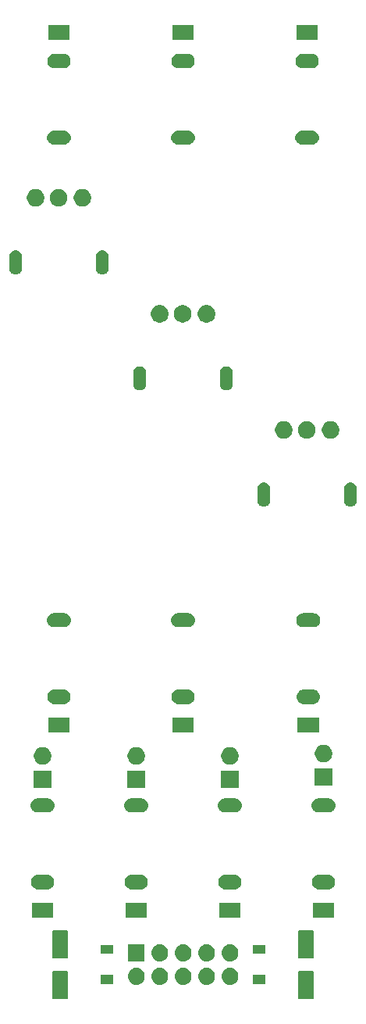
<source format=gbr>
G04 #@! TF.GenerationSoftware,KiCad,Pcbnew,(5.1.0)-1*
G04 #@! TF.CreationDate,2019-10-23T13:14:03-05:00*
G04 #@! TF.ProjectId,logiverter,6c6f6769-7665-4727-9465-722e6b696361,rev?*
G04 #@! TF.SameCoordinates,Original*
G04 #@! TF.FileFunction,Soldermask,Top*
G04 #@! TF.FilePolarity,Negative*
%FSLAX46Y46*%
G04 Gerber Fmt 4.6, Leading zero omitted, Abs format (unit mm)*
G04 Created by KiCad (PCBNEW (5.1.0)-1) date 2019-10-23 13:14:03*
%MOMM*%
%LPD*%
G04 APERTURE LIST*
%ADD10C,0.100000*%
G04 APERTURE END LIST*
D10*
G36*
X110560997Y-198773051D02*
G01*
X110594652Y-198783261D01*
X110625665Y-198799838D01*
X110652851Y-198822149D01*
X110675162Y-198849335D01*
X110691739Y-198880348D01*
X110701949Y-198914003D01*
X110706000Y-198955138D01*
X110706000Y-201684862D01*
X110701949Y-201725997D01*
X110691739Y-201759652D01*
X110675162Y-201790665D01*
X110652851Y-201817851D01*
X110625665Y-201840162D01*
X110594652Y-201856739D01*
X110560997Y-201866949D01*
X110519862Y-201871000D01*
X109190138Y-201871000D01*
X109149003Y-201866949D01*
X109115348Y-201856739D01*
X109084335Y-201840162D01*
X109057149Y-201817851D01*
X109034838Y-201790665D01*
X109018261Y-201759652D01*
X109008051Y-201725997D01*
X109004000Y-201684862D01*
X109004000Y-198955138D01*
X109008051Y-198914003D01*
X109018261Y-198880348D01*
X109034838Y-198849335D01*
X109057149Y-198822149D01*
X109084335Y-198799838D01*
X109115348Y-198783261D01*
X109149003Y-198773051D01*
X109190138Y-198769000D01*
X110519862Y-198769000D01*
X110560997Y-198773051D01*
X110560997Y-198773051D01*
G37*
G36*
X83890997Y-198773051D02*
G01*
X83924652Y-198783261D01*
X83955665Y-198799838D01*
X83982851Y-198822149D01*
X84005162Y-198849335D01*
X84021739Y-198880348D01*
X84031949Y-198914003D01*
X84036000Y-198955138D01*
X84036000Y-201684862D01*
X84031949Y-201725997D01*
X84021739Y-201759652D01*
X84005162Y-201790665D01*
X83982851Y-201817851D01*
X83955665Y-201840162D01*
X83924652Y-201856739D01*
X83890997Y-201866949D01*
X83849862Y-201871000D01*
X82520138Y-201871000D01*
X82479003Y-201866949D01*
X82445348Y-201856739D01*
X82414335Y-201840162D01*
X82387149Y-201817851D01*
X82364838Y-201790665D01*
X82348261Y-201759652D01*
X82338051Y-201725997D01*
X82334000Y-201684862D01*
X82334000Y-198955138D01*
X82338051Y-198914003D01*
X82348261Y-198880348D01*
X82364838Y-198849335D01*
X82387149Y-198822149D01*
X82414335Y-198799838D01*
X82445348Y-198783261D01*
X82479003Y-198773051D01*
X82520138Y-198769000D01*
X83849862Y-198769000D01*
X83890997Y-198773051D01*
X83890997Y-198773051D01*
G37*
G36*
X101779294Y-198488633D02*
G01*
X101951695Y-198540931D01*
X102110583Y-198625858D01*
X102249849Y-198740151D01*
X102364142Y-198879417D01*
X102449069Y-199038305D01*
X102501367Y-199210706D01*
X102519025Y-199390000D01*
X102501367Y-199569294D01*
X102449069Y-199741695D01*
X102364142Y-199900583D01*
X102249849Y-200039849D01*
X102110583Y-200154142D01*
X101951695Y-200239069D01*
X101779294Y-200291367D01*
X101644931Y-200304600D01*
X101555069Y-200304600D01*
X101420706Y-200291367D01*
X101248305Y-200239069D01*
X101089417Y-200154142D01*
X100950151Y-200039849D01*
X100835858Y-199900583D01*
X100750931Y-199741695D01*
X100698633Y-199569294D01*
X100680975Y-199390000D01*
X100698633Y-199210706D01*
X100750931Y-199038305D01*
X100835858Y-198879417D01*
X100950151Y-198740151D01*
X101089417Y-198625858D01*
X101248305Y-198540931D01*
X101420706Y-198488633D01*
X101555069Y-198475400D01*
X101644931Y-198475400D01*
X101779294Y-198488633D01*
X101779294Y-198488633D01*
G37*
G36*
X96699294Y-198488633D02*
G01*
X96871695Y-198540931D01*
X97030583Y-198625858D01*
X97169849Y-198740151D01*
X97284142Y-198879417D01*
X97369069Y-199038305D01*
X97421367Y-199210706D01*
X97439025Y-199390000D01*
X97421367Y-199569294D01*
X97369069Y-199741695D01*
X97284142Y-199900583D01*
X97169849Y-200039849D01*
X97030583Y-200154142D01*
X96871695Y-200239069D01*
X96699294Y-200291367D01*
X96564931Y-200304600D01*
X96475069Y-200304600D01*
X96340706Y-200291367D01*
X96168305Y-200239069D01*
X96009417Y-200154142D01*
X95870151Y-200039849D01*
X95755858Y-199900583D01*
X95670931Y-199741695D01*
X95618633Y-199569294D01*
X95600975Y-199390000D01*
X95618633Y-199210706D01*
X95670931Y-199038305D01*
X95755858Y-198879417D01*
X95870151Y-198740151D01*
X96009417Y-198625858D01*
X96168305Y-198540931D01*
X96340706Y-198488633D01*
X96475069Y-198475400D01*
X96564931Y-198475400D01*
X96699294Y-198488633D01*
X96699294Y-198488633D01*
G37*
G36*
X99239294Y-198488633D02*
G01*
X99411695Y-198540931D01*
X99570583Y-198625858D01*
X99709849Y-198740151D01*
X99824142Y-198879417D01*
X99909069Y-199038305D01*
X99961367Y-199210706D01*
X99979025Y-199390000D01*
X99961367Y-199569294D01*
X99909069Y-199741695D01*
X99824142Y-199900583D01*
X99709849Y-200039849D01*
X99570583Y-200154142D01*
X99411695Y-200239069D01*
X99239294Y-200291367D01*
X99104931Y-200304600D01*
X99015069Y-200304600D01*
X98880706Y-200291367D01*
X98708305Y-200239069D01*
X98549417Y-200154142D01*
X98410151Y-200039849D01*
X98295858Y-199900583D01*
X98210931Y-199741695D01*
X98158633Y-199569294D01*
X98140975Y-199390000D01*
X98158633Y-199210706D01*
X98210931Y-199038305D01*
X98295858Y-198879417D01*
X98410151Y-198740151D01*
X98549417Y-198625858D01*
X98708305Y-198540931D01*
X98880706Y-198488633D01*
X99015069Y-198475400D01*
X99104931Y-198475400D01*
X99239294Y-198488633D01*
X99239294Y-198488633D01*
G37*
G36*
X94159294Y-198488633D02*
G01*
X94331695Y-198540931D01*
X94490583Y-198625858D01*
X94629849Y-198740151D01*
X94744142Y-198879417D01*
X94829069Y-199038305D01*
X94881367Y-199210706D01*
X94899025Y-199390000D01*
X94881367Y-199569294D01*
X94829069Y-199741695D01*
X94744142Y-199900583D01*
X94629849Y-200039849D01*
X94490583Y-200154142D01*
X94331695Y-200239069D01*
X94159294Y-200291367D01*
X94024931Y-200304600D01*
X93935069Y-200304600D01*
X93800706Y-200291367D01*
X93628305Y-200239069D01*
X93469417Y-200154142D01*
X93330151Y-200039849D01*
X93215858Y-199900583D01*
X93130931Y-199741695D01*
X93078633Y-199569294D01*
X93060975Y-199390000D01*
X93078633Y-199210706D01*
X93130931Y-199038305D01*
X93215858Y-198879417D01*
X93330151Y-198740151D01*
X93469417Y-198625858D01*
X93628305Y-198540931D01*
X93800706Y-198488633D01*
X93935069Y-198475400D01*
X94024931Y-198475400D01*
X94159294Y-198488633D01*
X94159294Y-198488633D01*
G37*
G36*
X91619294Y-198488633D02*
G01*
X91791695Y-198540931D01*
X91950583Y-198625858D01*
X92089849Y-198740151D01*
X92204142Y-198879417D01*
X92289069Y-199038305D01*
X92341367Y-199210706D01*
X92359025Y-199390000D01*
X92341367Y-199569294D01*
X92289069Y-199741695D01*
X92204142Y-199900583D01*
X92089849Y-200039849D01*
X91950583Y-200154142D01*
X91791695Y-200239069D01*
X91619294Y-200291367D01*
X91484931Y-200304600D01*
X91395069Y-200304600D01*
X91260706Y-200291367D01*
X91088305Y-200239069D01*
X90929417Y-200154142D01*
X90790151Y-200039849D01*
X90675858Y-199900583D01*
X90590931Y-199741695D01*
X90538633Y-199569294D01*
X90520975Y-199390000D01*
X90538633Y-199210706D01*
X90590931Y-199038305D01*
X90675858Y-198879417D01*
X90790151Y-198740151D01*
X90929417Y-198625858D01*
X91088305Y-198540931D01*
X91260706Y-198488633D01*
X91395069Y-198475400D01*
X91484931Y-198475400D01*
X91619294Y-198488633D01*
X91619294Y-198488633D01*
G37*
G36*
X88916000Y-200271000D02*
G01*
X87614000Y-200271000D01*
X87614000Y-199269000D01*
X88916000Y-199269000D01*
X88916000Y-200271000D01*
X88916000Y-200271000D01*
G37*
G36*
X105426000Y-200271000D02*
G01*
X104124000Y-200271000D01*
X104124000Y-199269000D01*
X105426000Y-199269000D01*
X105426000Y-200271000D01*
X105426000Y-200271000D01*
G37*
G36*
X94159294Y-195948633D02*
G01*
X94331695Y-196000931D01*
X94490583Y-196085858D01*
X94629849Y-196200151D01*
X94744142Y-196339417D01*
X94829069Y-196498305D01*
X94881367Y-196670706D01*
X94899025Y-196850000D01*
X94881367Y-197029294D01*
X94829069Y-197201695D01*
X94744142Y-197360583D01*
X94629849Y-197499849D01*
X94490583Y-197614142D01*
X94331695Y-197699069D01*
X94159294Y-197751367D01*
X94024931Y-197764600D01*
X93935069Y-197764600D01*
X93800706Y-197751367D01*
X93628305Y-197699069D01*
X93469417Y-197614142D01*
X93330151Y-197499849D01*
X93215858Y-197360583D01*
X93130931Y-197201695D01*
X93078633Y-197029294D01*
X93060975Y-196850000D01*
X93078633Y-196670706D01*
X93130931Y-196498305D01*
X93215858Y-196339417D01*
X93330151Y-196200151D01*
X93469417Y-196085858D01*
X93628305Y-196000931D01*
X93800706Y-195948633D01*
X93935069Y-195935400D01*
X94024931Y-195935400D01*
X94159294Y-195948633D01*
X94159294Y-195948633D01*
G37*
G36*
X92354600Y-197764600D02*
G01*
X90525400Y-197764600D01*
X90525400Y-195935400D01*
X92354600Y-195935400D01*
X92354600Y-197764600D01*
X92354600Y-197764600D01*
G37*
G36*
X96699294Y-195948633D02*
G01*
X96871695Y-196000931D01*
X97030583Y-196085858D01*
X97169849Y-196200151D01*
X97284142Y-196339417D01*
X97369069Y-196498305D01*
X97421367Y-196670706D01*
X97439025Y-196850000D01*
X97421367Y-197029294D01*
X97369069Y-197201695D01*
X97284142Y-197360583D01*
X97169849Y-197499849D01*
X97030583Y-197614142D01*
X96871695Y-197699069D01*
X96699294Y-197751367D01*
X96564931Y-197764600D01*
X96475069Y-197764600D01*
X96340706Y-197751367D01*
X96168305Y-197699069D01*
X96009417Y-197614142D01*
X95870151Y-197499849D01*
X95755858Y-197360583D01*
X95670931Y-197201695D01*
X95618633Y-197029294D01*
X95600975Y-196850000D01*
X95618633Y-196670706D01*
X95670931Y-196498305D01*
X95755858Y-196339417D01*
X95870151Y-196200151D01*
X96009417Y-196085858D01*
X96168305Y-196000931D01*
X96340706Y-195948633D01*
X96475069Y-195935400D01*
X96564931Y-195935400D01*
X96699294Y-195948633D01*
X96699294Y-195948633D01*
G37*
G36*
X99239294Y-195948633D02*
G01*
X99411695Y-196000931D01*
X99570583Y-196085858D01*
X99709849Y-196200151D01*
X99824142Y-196339417D01*
X99909069Y-196498305D01*
X99961367Y-196670706D01*
X99979025Y-196850000D01*
X99961367Y-197029294D01*
X99909069Y-197201695D01*
X99824142Y-197360583D01*
X99709849Y-197499849D01*
X99570583Y-197614142D01*
X99411695Y-197699069D01*
X99239294Y-197751367D01*
X99104931Y-197764600D01*
X99015069Y-197764600D01*
X98880706Y-197751367D01*
X98708305Y-197699069D01*
X98549417Y-197614142D01*
X98410151Y-197499849D01*
X98295858Y-197360583D01*
X98210931Y-197201695D01*
X98158633Y-197029294D01*
X98140975Y-196850000D01*
X98158633Y-196670706D01*
X98210931Y-196498305D01*
X98295858Y-196339417D01*
X98410151Y-196200151D01*
X98549417Y-196085858D01*
X98708305Y-196000931D01*
X98880706Y-195948633D01*
X99015069Y-195935400D01*
X99104931Y-195935400D01*
X99239294Y-195948633D01*
X99239294Y-195948633D01*
G37*
G36*
X101779294Y-195948633D02*
G01*
X101951695Y-196000931D01*
X102110583Y-196085858D01*
X102249849Y-196200151D01*
X102364142Y-196339417D01*
X102449069Y-196498305D01*
X102501367Y-196670706D01*
X102519025Y-196850000D01*
X102501367Y-197029294D01*
X102449069Y-197201695D01*
X102364142Y-197360583D01*
X102249849Y-197499849D01*
X102110583Y-197614142D01*
X101951695Y-197699069D01*
X101779294Y-197751367D01*
X101644931Y-197764600D01*
X101555069Y-197764600D01*
X101420706Y-197751367D01*
X101248305Y-197699069D01*
X101089417Y-197614142D01*
X100950151Y-197499849D01*
X100835858Y-197360583D01*
X100750931Y-197201695D01*
X100698633Y-197029294D01*
X100680975Y-196850000D01*
X100698633Y-196670706D01*
X100750931Y-196498305D01*
X100835858Y-196339417D01*
X100950151Y-196200151D01*
X101089417Y-196085858D01*
X101248305Y-196000931D01*
X101420706Y-195948633D01*
X101555069Y-195935400D01*
X101644931Y-195935400D01*
X101779294Y-195948633D01*
X101779294Y-195948633D01*
G37*
G36*
X83890997Y-194373051D02*
G01*
X83924652Y-194383261D01*
X83955665Y-194399838D01*
X83982851Y-194422149D01*
X84005162Y-194449335D01*
X84021739Y-194480348D01*
X84031949Y-194514003D01*
X84036000Y-194555138D01*
X84036000Y-197284862D01*
X84031949Y-197325997D01*
X84021739Y-197359652D01*
X84005162Y-197390665D01*
X83982851Y-197417851D01*
X83955665Y-197440162D01*
X83924652Y-197456739D01*
X83890997Y-197466949D01*
X83849862Y-197471000D01*
X82520138Y-197471000D01*
X82479003Y-197466949D01*
X82445348Y-197456739D01*
X82414335Y-197440162D01*
X82387149Y-197417851D01*
X82364838Y-197390665D01*
X82348261Y-197359652D01*
X82338051Y-197325997D01*
X82334000Y-197284862D01*
X82334000Y-194555138D01*
X82338051Y-194514003D01*
X82348261Y-194480348D01*
X82364838Y-194449335D01*
X82387149Y-194422149D01*
X82414335Y-194399838D01*
X82445348Y-194383261D01*
X82479003Y-194373051D01*
X82520138Y-194369000D01*
X83849862Y-194369000D01*
X83890997Y-194373051D01*
X83890997Y-194373051D01*
G37*
G36*
X110560997Y-194373051D02*
G01*
X110594652Y-194383261D01*
X110625665Y-194399838D01*
X110652851Y-194422149D01*
X110675162Y-194449335D01*
X110691739Y-194480348D01*
X110701949Y-194514003D01*
X110706000Y-194555138D01*
X110706000Y-197284862D01*
X110701949Y-197325997D01*
X110691739Y-197359652D01*
X110675162Y-197390665D01*
X110652851Y-197417851D01*
X110625665Y-197440162D01*
X110594652Y-197456739D01*
X110560997Y-197466949D01*
X110519862Y-197471000D01*
X109190138Y-197471000D01*
X109149003Y-197466949D01*
X109115348Y-197456739D01*
X109084335Y-197440162D01*
X109057149Y-197417851D01*
X109034838Y-197390665D01*
X109018261Y-197359652D01*
X109008051Y-197325997D01*
X109004000Y-197284862D01*
X109004000Y-194555138D01*
X109008051Y-194514003D01*
X109018261Y-194480348D01*
X109034838Y-194449335D01*
X109057149Y-194422149D01*
X109084335Y-194399838D01*
X109115348Y-194383261D01*
X109149003Y-194373051D01*
X109190138Y-194369000D01*
X110519862Y-194369000D01*
X110560997Y-194373051D01*
X110560997Y-194373051D01*
G37*
G36*
X88916000Y-196971000D02*
G01*
X87614000Y-196971000D01*
X87614000Y-195969000D01*
X88916000Y-195969000D01*
X88916000Y-196971000D01*
X88916000Y-196971000D01*
G37*
G36*
X105426000Y-196971000D02*
G01*
X104124000Y-196971000D01*
X104124000Y-195969000D01*
X105426000Y-195969000D01*
X105426000Y-196971000D01*
X105426000Y-196971000D01*
G37*
G36*
X82431000Y-193079000D02*
G01*
X80129000Y-193079000D01*
X80129000Y-191477000D01*
X82431000Y-191477000D01*
X82431000Y-193079000D01*
X82431000Y-193079000D01*
G37*
G36*
X102751000Y-193079000D02*
G01*
X100449000Y-193079000D01*
X100449000Y-191477000D01*
X102751000Y-191477000D01*
X102751000Y-193079000D01*
X102751000Y-193079000D01*
G37*
G36*
X112911000Y-193079000D02*
G01*
X110609000Y-193079000D01*
X110609000Y-191477000D01*
X112911000Y-191477000D01*
X112911000Y-193079000D01*
X112911000Y-193079000D01*
G37*
G36*
X92591000Y-193079000D02*
G01*
X90289000Y-193079000D01*
X90289000Y-191477000D01*
X92591000Y-191477000D01*
X92591000Y-193079000D01*
X92591000Y-193079000D01*
G37*
G36*
X112288571Y-188380863D02*
G01*
X112367023Y-188388590D01*
X112467682Y-188419125D01*
X112518013Y-188434392D01*
X112657165Y-188508771D01*
X112779133Y-188608867D01*
X112879229Y-188730835D01*
X112953608Y-188869987D01*
X112953608Y-188869988D01*
X112999410Y-189020977D01*
X113014875Y-189178000D01*
X112999410Y-189335023D01*
X112968875Y-189435682D01*
X112953608Y-189486013D01*
X112879229Y-189625165D01*
X112779133Y-189747133D01*
X112657165Y-189847229D01*
X112518013Y-189921608D01*
X112467682Y-189936875D01*
X112367023Y-189967410D01*
X112288571Y-189975137D01*
X112249346Y-189979000D01*
X111270654Y-189979000D01*
X111231429Y-189975137D01*
X111152977Y-189967410D01*
X111052318Y-189936875D01*
X111001987Y-189921608D01*
X110862835Y-189847229D01*
X110740867Y-189747133D01*
X110640771Y-189625165D01*
X110566392Y-189486013D01*
X110551125Y-189435682D01*
X110520590Y-189335023D01*
X110505125Y-189178000D01*
X110520590Y-189020977D01*
X110566392Y-188869988D01*
X110566392Y-188869987D01*
X110640771Y-188730835D01*
X110740867Y-188608867D01*
X110862835Y-188508771D01*
X111001987Y-188434392D01*
X111052318Y-188419125D01*
X111152977Y-188388590D01*
X111231429Y-188380863D01*
X111270654Y-188377000D01*
X112249346Y-188377000D01*
X112288571Y-188380863D01*
X112288571Y-188380863D01*
G37*
G36*
X102128571Y-188380863D02*
G01*
X102207023Y-188388590D01*
X102307682Y-188419125D01*
X102358013Y-188434392D01*
X102497165Y-188508771D01*
X102619133Y-188608867D01*
X102719229Y-188730835D01*
X102793608Y-188869987D01*
X102793608Y-188869988D01*
X102839410Y-189020977D01*
X102854875Y-189178000D01*
X102839410Y-189335023D01*
X102808875Y-189435682D01*
X102793608Y-189486013D01*
X102719229Y-189625165D01*
X102619133Y-189747133D01*
X102497165Y-189847229D01*
X102358013Y-189921608D01*
X102307682Y-189936875D01*
X102207023Y-189967410D01*
X102128571Y-189975137D01*
X102089346Y-189979000D01*
X101110654Y-189979000D01*
X101071429Y-189975137D01*
X100992977Y-189967410D01*
X100892318Y-189936875D01*
X100841987Y-189921608D01*
X100702835Y-189847229D01*
X100580867Y-189747133D01*
X100480771Y-189625165D01*
X100406392Y-189486013D01*
X100391125Y-189435682D01*
X100360590Y-189335023D01*
X100345125Y-189178000D01*
X100360590Y-189020977D01*
X100406392Y-188869988D01*
X100406392Y-188869987D01*
X100480771Y-188730835D01*
X100580867Y-188608867D01*
X100702835Y-188508771D01*
X100841987Y-188434392D01*
X100892318Y-188419125D01*
X100992977Y-188388590D01*
X101071429Y-188380863D01*
X101110654Y-188377000D01*
X102089346Y-188377000D01*
X102128571Y-188380863D01*
X102128571Y-188380863D01*
G37*
G36*
X91968571Y-188380863D02*
G01*
X92047023Y-188388590D01*
X92147682Y-188419125D01*
X92198013Y-188434392D01*
X92337165Y-188508771D01*
X92459133Y-188608867D01*
X92559229Y-188730835D01*
X92633608Y-188869987D01*
X92633608Y-188869988D01*
X92679410Y-189020977D01*
X92694875Y-189178000D01*
X92679410Y-189335023D01*
X92648875Y-189435682D01*
X92633608Y-189486013D01*
X92559229Y-189625165D01*
X92459133Y-189747133D01*
X92337165Y-189847229D01*
X92198013Y-189921608D01*
X92147682Y-189936875D01*
X92047023Y-189967410D01*
X91968571Y-189975137D01*
X91929346Y-189979000D01*
X90950654Y-189979000D01*
X90911429Y-189975137D01*
X90832977Y-189967410D01*
X90732318Y-189936875D01*
X90681987Y-189921608D01*
X90542835Y-189847229D01*
X90420867Y-189747133D01*
X90320771Y-189625165D01*
X90246392Y-189486013D01*
X90231125Y-189435682D01*
X90200590Y-189335023D01*
X90185125Y-189178000D01*
X90200590Y-189020977D01*
X90246392Y-188869988D01*
X90246392Y-188869987D01*
X90320771Y-188730835D01*
X90420867Y-188608867D01*
X90542835Y-188508771D01*
X90681987Y-188434392D01*
X90732318Y-188419125D01*
X90832977Y-188388590D01*
X90911429Y-188380863D01*
X90950654Y-188377000D01*
X91929346Y-188377000D01*
X91968571Y-188380863D01*
X91968571Y-188380863D01*
G37*
G36*
X81808571Y-188380863D02*
G01*
X81887023Y-188388590D01*
X81987682Y-188419125D01*
X82038013Y-188434392D01*
X82177165Y-188508771D01*
X82299133Y-188608867D01*
X82399229Y-188730835D01*
X82473608Y-188869987D01*
X82473608Y-188869988D01*
X82519410Y-189020977D01*
X82534875Y-189178000D01*
X82519410Y-189335023D01*
X82488875Y-189435682D01*
X82473608Y-189486013D01*
X82399229Y-189625165D01*
X82299133Y-189747133D01*
X82177165Y-189847229D01*
X82038013Y-189921608D01*
X81987682Y-189936875D01*
X81887023Y-189967410D01*
X81808571Y-189975137D01*
X81769346Y-189979000D01*
X80790654Y-189979000D01*
X80751429Y-189975137D01*
X80672977Y-189967410D01*
X80572318Y-189936875D01*
X80521987Y-189921608D01*
X80382835Y-189847229D01*
X80260867Y-189747133D01*
X80160771Y-189625165D01*
X80086392Y-189486013D01*
X80071125Y-189435682D01*
X80040590Y-189335023D01*
X80025125Y-189178000D01*
X80040590Y-189020977D01*
X80086392Y-188869988D01*
X80086392Y-188869987D01*
X80160771Y-188730835D01*
X80260867Y-188608867D01*
X80382835Y-188508771D01*
X80521987Y-188434392D01*
X80572318Y-188419125D01*
X80672977Y-188388590D01*
X80751429Y-188380863D01*
X80790654Y-188377000D01*
X81769346Y-188377000D01*
X81808571Y-188380863D01*
X81808571Y-188380863D01*
G37*
G36*
X81903665Y-180130622D02*
G01*
X81977222Y-180137867D01*
X82118786Y-180180810D01*
X82249252Y-180250546D01*
X82279040Y-180274992D01*
X82363607Y-180344393D01*
X82433008Y-180428960D01*
X82457454Y-180458748D01*
X82527190Y-180589214D01*
X82570133Y-180730778D01*
X82584633Y-180878000D01*
X82570133Y-181025222D01*
X82527190Y-181166786D01*
X82457454Y-181297252D01*
X82433008Y-181327040D01*
X82363607Y-181411607D01*
X82279040Y-181481008D01*
X82249252Y-181505454D01*
X82118786Y-181575190D01*
X81977222Y-181618133D01*
X81903665Y-181625378D01*
X81866888Y-181629000D01*
X80693112Y-181629000D01*
X80656335Y-181625378D01*
X80582778Y-181618133D01*
X80441214Y-181575190D01*
X80310748Y-181505454D01*
X80280960Y-181481008D01*
X80196393Y-181411607D01*
X80126992Y-181327040D01*
X80102546Y-181297252D01*
X80032810Y-181166786D01*
X79989867Y-181025222D01*
X79975367Y-180878000D01*
X79989867Y-180730778D01*
X80032810Y-180589214D01*
X80102546Y-180458748D01*
X80126992Y-180428960D01*
X80196393Y-180344393D01*
X80280960Y-180274992D01*
X80310748Y-180250546D01*
X80441214Y-180180810D01*
X80582778Y-180137867D01*
X80656335Y-180130622D01*
X80693112Y-180127000D01*
X81866888Y-180127000D01*
X81903665Y-180130622D01*
X81903665Y-180130622D01*
G37*
G36*
X102223665Y-180130622D02*
G01*
X102297222Y-180137867D01*
X102438786Y-180180810D01*
X102569252Y-180250546D01*
X102599040Y-180274992D01*
X102683607Y-180344393D01*
X102753008Y-180428960D01*
X102777454Y-180458748D01*
X102847190Y-180589214D01*
X102890133Y-180730778D01*
X102904633Y-180878000D01*
X102890133Y-181025222D01*
X102847190Y-181166786D01*
X102777454Y-181297252D01*
X102753008Y-181327040D01*
X102683607Y-181411607D01*
X102599040Y-181481008D01*
X102569252Y-181505454D01*
X102438786Y-181575190D01*
X102297222Y-181618133D01*
X102223665Y-181625378D01*
X102186888Y-181629000D01*
X101013112Y-181629000D01*
X100976335Y-181625378D01*
X100902778Y-181618133D01*
X100761214Y-181575190D01*
X100630748Y-181505454D01*
X100600960Y-181481008D01*
X100516393Y-181411607D01*
X100446992Y-181327040D01*
X100422546Y-181297252D01*
X100352810Y-181166786D01*
X100309867Y-181025222D01*
X100295367Y-180878000D01*
X100309867Y-180730778D01*
X100352810Y-180589214D01*
X100422546Y-180458748D01*
X100446992Y-180428960D01*
X100516393Y-180344393D01*
X100600960Y-180274992D01*
X100630748Y-180250546D01*
X100761214Y-180180810D01*
X100902778Y-180137867D01*
X100976335Y-180130622D01*
X101013112Y-180127000D01*
X102186888Y-180127000D01*
X102223665Y-180130622D01*
X102223665Y-180130622D01*
G37*
G36*
X112383665Y-180130622D02*
G01*
X112457222Y-180137867D01*
X112598786Y-180180810D01*
X112729252Y-180250546D01*
X112759040Y-180274992D01*
X112843607Y-180344393D01*
X112913008Y-180428960D01*
X112937454Y-180458748D01*
X113007190Y-180589214D01*
X113050133Y-180730778D01*
X113064633Y-180878000D01*
X113050133Y-181025222D01*
X113007190Y-181166786D01*
X112937454Y-181297252D01*
X112913008Y-181327040D01*
X112843607Y-181411607D01*
X112759040Y-181481008D01*
X112729252Y-181505454D01*
X112598786Y-181575190D01*
X112457222Y-181618133D01*
X112383665Y-181625378D01*
X112346888Y-181629000D01*
X111173112Y-181629000D01*
X111136335Y-181625378D01*
X111062778Y-181618133D01*
X110921214Y-181575190D01*
X110790748Y-181505454D01*
X110760960Y-181481008D01*
X110676393Y-181411607D01*
X110606992Y-181327040D01*
X110582546Y-181297252D01*
X110512810Y-181166786D01*
X110469867Y-181025222D01*
X110455367Y-180878000D01*
X110469867Y-180730778D01*
X110512810Y-180589214D01*
X110582546Y-180458748D01*
X110606992Y-180428960D01*
X110676393Y-180344393D01*
X110760960Y-180274992D01*
X110790748Y-180250546D01*
X110921214Y-180180810D01*
X111062778Y-180137867D01*
X111136335Y-180130622D01*
X111173112Y-180127000D01*
X112346888Y-180127000D01*
X112383665Y-180130622D01*
X112383665Y-180130622D01*
G37*
G36*
X92063665Y-180130622D02*
G01*
X92137222Y-180137867D01*
X92278786Y-180180810D01*
X92409252Y-180250546D01*
X92439040Y-180274992D01*
X92523607Y-180344393D01*
X92593008Y-180428960D01*
X92617454Y-180458748D01*
X92687190Y-180589214D01*
X92730133Y-180730778D01*
X92744633Y-180878000D01*
X92730133Y-181025222D01*
X92687190Y-181166786D01*
X92617454Y-181297252D01*
X92593008Y-181327040D01*
X92523607Y-181411607D01*
X92439040Y-181481008D01*
X92409252Y-181505454D01*
X92278786Y-181575190D01*
X92137222Y-181618133D01*
X92063665Y-181625378D01*
X92026888Y-181629000D01*
X90853112Y-181629000D01*
X90816335Y-181625378D01*
X90742778Y-181618133D01*
X90601214Y-181575190D01*
X90470748Y-181505454D01*
X90440960Y-181481008D01*
X90356393Y-181411607D01*
X90286992Y-181327040D01*
X90262546Y-181297252D01*
X90192810Y-181166786D01*
X90149867Y-181025222D01*
X90135367Y-180878000D01*
X90149867Y-180730778D01*
X90192810Y-180589214D01*
X90262546Y-180458748D01*
X90286992Y-180428960D01*
X90356393Y-180344393D01*
X90440960Y-180274992D01*
X90470748Y-180250546D01*
X90601214Y-180180810D01*
X90742778Y-180137867D01*
X90816335Y-180130622D01*
X90853112Y-180127000D01*
X92026888Y-180127000D01*
X92063665Y-180130622D01*
X92063665Y-180130622D01*
G37*
G36*
X92391000Y-179005000D02*
G01*
X90489000Y-179005000D01*
X90489000Y-177103000D01*
X92391000Y-177103000D01*
X92391000Y-179005000D01*
X92391000Y-179005000D01*
G37*
G36*
X82231000Y-179005000D02*
G01*
X80329000Y-179005000D01*
X80329000Y-177103000D01*
X82231000Y-177103000D01*
X82231000Y-179005000D01*
X82231000Y-179005000D01*
G37*
G36*
X102551000Y-179005000D02*
G01*
X100649000Y-179005000D01*
X100649000Y-177103000D01*
X102551000Y-177103000D01*
X102551000Y-179005000D01*
X102551000Y-179005000D01*
G37*
G36*
X112711000Y-178751000D02*
G01*
X110809000Y-178751000D01*
X110809000Y-176849000D01*
X112711000Y-176849000D01*
X112711000Y-178751000D01*
X112711000Y-178751000D01*
G37*
G36*
X81557395Y-174599546D02*
G01*
X81730466Y-174671234D01*
X81730467Y-174671235D01*
X81886227Y-174775310D01*
X82018690Y-174907773D01*
X82018691Y-174907775D01*
X82122766Y-175063534D01*
X82194454Y-175236605D01*
X82231000Y-175420333D01*
X82231000Y-175607667D01*
X82194454Y-175791395D01*
X82122766Y-175964466D01*
X82071081Y-176041818D01*
X82018690Y-176120227D01*
X81886227Y-176252690D01*
X81807818Y-176305081D01*
X81730466Y-176356766D01*
X81557395Y-176428454D01*
X81373667Y-176465000D01*
X81186333Y-176465000D01*
X81002605Y-176428454D01*
X80829534Y-176356766D01*
X80752182Y-176305081D01*
X80673773Y-176252690D01*
X80541310Y-176120227D01*
X80488919Y-176041818D01*
X80437234Y-175964466D01*
X80365546Y-175791395D01*
X80329000Y-175607667D01*
X80329000Y-175420333D01*
X80365546Y-175236605D01*
X80437234Y-175063534D01*
X80541309Y-174907775D01*
X80541310Y-174907773D01*
X80673773Y-174775310D01*
X80829533Y-174671235D01*
X80829534Y-174671234D01*
X81002605Y-174599546D01*
X81186333Y-174563000D01*
X81373667Y-174563000D01*
X81557395Y-174599546D01*
X81557395Y-174599546D01*
G37*
G36*
X91717395Y-174599546D02*
G01*
X91890466Y-174671234D01*
X91890467Y-174671235D01*
X92046227Y-174775310D01*
X92178690Y-174907773D01*
X92178691Y-174907775D01*
X92282766Y-175063534D01*
X92354454Y-175236605D01*
X92391000Y-175420333D01*
X92391000Y-175607667D01*
X92354454Y-175791395D01*
X92282766Y-175964466D01*
X92231081Y-176041818D01*
X92178690Y-176120227D01*
X92046227Y-176252690D01*
X91967818Y-176305081D01*
X91890466Y-176356766D01*
X91717395Y-176428454D01*
X91533667Y-176465000D01*
X91346333Y-176465000D01*
X91162605Y-176428454D01*
X90989534Y-176356766D01*
X90912182Y-176305081D01*
X90833773Y-176252690D01*
X90701310Y-176120227D01*
X90648919Y-176041818D01*
X90597234Y-175964466D01*
X90525546Y-175791395D01*
X90489000Y-175607667D01*
X90489000Y-175420333D01*
X90525546Y-175236605D01*
X90597234Y-175063534D01*
X90701309Y-174907775D01*
X90701310Y-174907773D01*
X90833773Y-174775310D01*
X90989533Y-174671235D01*
X90989534Y-174671234D01*
X91162605Y-174599546D01*
X91346333Y-174563000D01*
X91533667Y-174563000D01*
X91717395Y-174599546D01*
X91717395Y-174599546D01*
G37*
G36*
X101877395Y-174599546D02*
G01*
X102050466Y-174671234D01*
X102050467Y-174671235D01*
X102206227Y-174775310D01*
X102338690Y-174907773D01*
X102338691Y-174907775D01*
X102442766Y-175063534D01*
X102514454Y-175236605D01*
X102551000Y-175420333D01*
X102551000Y-175607667D01*
X102514454Y-175791395D01*
X102442766Y-175964466D01*
X102391081Y-176041818D01*
X102338690Y-176120227D01*
X102206227Y-176252690D01*
X102127818Y-176305081D01*
X102050466Y-176356766D01*
X101877395Y-176428454D01*
X101693667Y-176465000D01*
X101506333Y-176465000D01*
X101322605Y-176428454D01*
X101149534Y-176356766D01*
X101072182Y-176305081D01*
X100993773Y-176252690D01*
X100861310Y-176120227D01*
X100808919Y-176041818D01*
X100757234Y-175964466D01*
X100685546Y-175791395D01*
X100649000Y-175607667D01*
X100649000Y-175420333D01*
X100685546Y-175236605D01*
X100757234Y-175063534D01*
X100861309Y-174907775D01*
X100861310Y-174907773D01*
X100993773Y-174775310D01*
X101149533Y-174671235D01*
X101149534Y-174671234D01*
X101322605Y-174599546D01*
X101506333Y-174563000D01*
X101693667Y-174563000D01*
X101877395Y-174599546D01*
X101877395Y-174599546D01*
G37*
G36*
X112037395Y-174345546D02*
G01*
X112210466Y-174417234D01*
X112210467Y-174417235D01*
X112366227Y-174521310D01*
X112498690Y-174653773D01*
X112551081Y-174732182D01*
X112602766Y-174809534D01*
X112674454Y-174982605D01*
X112711000Y-175166333D01*
X112711000Y-175353667D01*
X112674454Y-175537395D01*
X112602766Y-175710466D01*
X112602765Y-175710467D01*
X112498690Y-175866227D01*
X112366227Y-175998690D01*
X112287818Y-176051081D01*
X112210466Y-176102766D01*
X112037395Y-176174454D01*
X111853667Y-176211000D01*
X111666333Y-176211000D01*
X111482605Y-176174454D01*
X111309534Y-176102766D01*
X111232182Y-176051081D01*
X111153773Y-175998690D01*
X111021310Y-175866227D01*
X110917235Y-175710467D01*
X110917234Y-175710466D01*
X110845546Y-175537395D01*
X110809000Y-175353667D01*
X110809000Y-175166333D01*
X110845546Y-174982605D01*
X110917234Y-174809534D01*
X110968919Y-174732182D01*
X111021310Y-174653773D01*
X111153773Y-174521310D01*
X111309533Y-174417235D01*
X111309534Y-174417234D01*
X111482605Y-174345546D01*
X111666333Y-174309000D01*
X111853667Y-174309000D01*
X112037395Y-174345546D01*
X112037395Y-174345546D01*
G37*
G36*
X97671000Y-173013000D02*
G01*
X95369000Y-173013000D01*
X95369000Y-171411000D01*
X97671000Y-171411000D01*
X97671000Y-173013000D01*
X97671000Y-173013000D01*
G37*
G36*
X84209000Y-173013000D02*
G01*
X81907000Y-173013000D01*
X81907000Y-171411000D01*
X84209000Y-171411000D01*
X84209000Y-173013000D01*
X84209000Y-173013000D01*
G37*
G36*
X111260000Y-173013000D02*
G01*
X108958000Y-173013000D01*
X108958000Y-171411000D01*
X111260000Y-171411000D01*
X111260000Y-173013000D01*
X111260000Y-173013000D01*
G37*
G36*
X97048571Y-168314863D02*
G01*
X97127023Y-168322590D01*
X97227682Y-168353125D01*
X97278013Y-168368392D01*
X97417165Y-168442771D01*
X97539133Y-168542867D01*
X97639229Y-168664835D01*
X97713608Y-168803987D01*
X97713608Y-168803988D01*
X97759410Y-168954977D01*
X97774875Y-169112000D01*
X97759410Y-169269023D01*
X97728875Y-169369682D01*
X97713608Y-169420013D01*
X97639229Y-169559165D01*
X97539133Y-169681133D01*
X97417165Y-169781229D01*
X97278013Y-169855608D01*
X97227682Y-169870875D01*
X97127023Y-169901410D01*
X97048571Y-169909137D01*
X97009346Y-169913000D01*
X96030654Y-169913000D01*
X95991429Y-169909137D01*
X95912977Y-169901410D01*
X95812318Y-169870875D01*
X95761987Y-169855608D01*
X95622835Y-169781229D01*
X95500867Y-169681133D01*
X95400771Y-169559165D01*
X95326392Y-169420013D01*
X95311125Y-169369682D01*
X95280590Y-169269023D01*
X95265125Y-169112000D01*
X95280590Y-168954977D01*
X95326392Y-168803988D01*
X95326392Y-168803987D01*
X95400771Y-168664835D01*
X95500867Y-168542867D01*
X95622835Y-168442771D01*
X95761987Y-168368392D01*
X95812318Y-168353125D01*
X95912977Y-168322590D01*
X95991429Y-168314863D01*
X96030654Y-168311000D01*
X97009346Y-168311000D01*
X97048571Y-168314863D01*
X97048571Y-168314863D01*
G37*
G36*
X83586571Y-168314863D02*
G01*
X83665023Y-168322590D01*
X83765682Y-168353125D01*
X83816013Y-168368392D01*
X83955165Y-168442771D01*
X84077133Y-168542867D01*
X84177229Y-168664835D01*
X84251608Y-168803987D01*
X84251608Y-168803988D01*
X84297410Y-168954977D01*
X84312875Y-169112000D01*
X84297410Y-169269023D01*
X84266875Y-169369682D01*
X84251608Y-169420013D01*
X84177229Y-169559165D01*
X84077133Y-169681133D01*
X83955165Y-169781229D01*
X83816013Y-169855608D01*
X83765682Y-169870875D01*
X83665023Y-169901410D01*
X83586571Y-169909137D01*
X83547346Y-169913000D01*
X82568654Y-169913000D01*
X82529429Y-169909137D01*
X82450977Y-169901410D01*
X82350318Y-169870875D01*
X82299987Y-169855608D01*
X82160835Y-169781229D01*
X82038867Y-169681133D01*
X81938771Y-169559165D01*
X81864392Y-169420013D01*
X81849125Y-169369682D01*
X81818590Y-169269023D01*
X81803125Y-169112000D01*
X81818590Y-168954977D01*
X81864392Y-168803988D01*
X81864392Y-168803987D01*
X81938771Y-168664835D01*
X82038867Y-168542867D01*
X82160835Y-168442771D01*
X82299987Y-168368392D01*
X82350318Y-168353125D01*
X82450977Y-168322590D01*
X82529429Y-168314863D01*
X82568654Y-168311000D01*
X83547346Y-168311000D01*
X83586571Y-168314863D01*
X83586571Y-168314863D01*
G37*
G36*
X110637571Y-168314863D02*
G01*
X110716023Y-168322590D01*
X110816682Y-168353125D01*
X110867013Y-168368392D01*
X111006165Y-168442771D01*
X111128133Y-168542867D01*
X111228229Y-168664835D01*
X111302608Y-168803987D01*
X111302608Y-168803988D01*
X111348410Y-168954977D01*
X111363875Y-169112000D01*
X111348410Y-169269023D01*
X111317875Y-169369682D01*
X111302608Y-169420013D01*
X111228229Y-169559165D01*
X111128133Y-169681133D01*
X111006165Y-169781229D01*
X110867013Y-169855608D01*
X110816682Y-169870875D01*
X110716023Y-169901410D01*
X110637571Y-169909137D01*
X110598346Y-169913000D01*
X109619654Y-169913000D01*
X109580429Y-169909137D01*
X109501977Y-169901410D01*
X109401318Y-169870875D01*
X109350987Y-169855608D01*
X109211835Y-169781229D01*
X109089867Y-169681133D01*
X108989771Y-169559165D01*
X108915392Y-169420013D01*
X108900125Y-169369682D01*
X108869590Y-169269023D01*
X108854125Y-169112000D01*
X108869590Y-168954977D01*
X108915392Y-168803988D01*
X108915392Y-168803987D01*
X108989771Y-168664835D01*
X109089867Y-168542867D01*
X109211835Y-168442771D01*
X109350987Y-168368392D01*
X109401318Y-168353125D01*
X109501977Y-168322590D01*
X109580429Y-168314863D01*
X109619654Y-168311000D01*
X110598346Y-168311000D01*
X110637571Y-168314863D01*
X110637571Y-168314863D01*
G37*
G36*
X97143665Y-160064622D02*
G01*
X97217222Y-160071867D01*
X97358786Y-160114810D01*
X97489252Y-160184546D01*
X97519040Y-160208992D01*
X97603607Y-160278393D01*
X97673008Y-160362960D01*
X97697454Y-160392748D01*
X97767190Y-160523214D01*
X97810133Y-160664778D01*
X97824633Y-160812000D01*
X97810133Y-160959222D01*
X97767190Y-161100786D01*
X97697454Y-161231252D01*
X97673008Y-161261040D01*
X97603607Y-161345607D01*
X97519040Y-161415008D01*
X97489252Y-161439454D01*
X97358786Y-161509190D01*
X97217222Y-161552133D01*
X97143665Y-161559378D01*
X97106888Y-161563000D01*
X95933112Y-161563000D01*
X95896335Y-161559378D01*
X95822778Y-161552133D01*
X95681214Y-161509190D01*
X95550748Y-161439454D01*
X95520960Y-161415008D01*
X95436393Y-161345607D01*
X95366992Y-161261040D01*
X95342546Y-161231252D01*
X95272810Y-161100786D01*
X95229867Y-160959222D01*
X95215367Y-160812000D01*
X95229867Y-160664778D01*
X95272810Y-160523214D01*
X95342546Y-160392748D01*
X95366992Y-160362960D01*
X95436393Y-160278393D01*
X95520960Y-160208992D01*
X95550748Y-160184546D01*
X95681214Y-160114810D01*
X95822778Y-160071867D01*
X95896335Y-160064622D01*
X95933112Y-160061000D01*
X97106888Y-160061000D01*
X97143665Y-160064622D01*
X97143665Y-160064622D01*
G37*
G36*
X83681665Y-160064622D02*
G01*
X83755222Y-160071867D01*
X83896786Y-160114810D01*
X84027252Y-160184546D01*
X84057040Y-160208992D01*
X84141607Y-160278393D01*
X84211008Y-160362960D01*
X84235454Y-160392748D01*
X84305190Y-160523214D01*
X84348133Y-160664778D01*
X84362633Y-160812000D01*
X84348133Y-160959222D01*
X84305190Y-161100786D01*
X84235454Y-161231252D01*
X84211008Y-161261040D01*
X84141607Y-161345607D01*
X84057040Y-161415008D01*
X84027252Y-161439454D01*
X83896786Y-161509190D01*
X83755222Y-161552133D01*
X83681665Y-161559378D01*
X83644888Y-161563000D01*
X82471112Y-161563000D01*
X82434335Y-161559378D01*
X82360778Y-161552133D01*
X82219214Y-161509190D01*
X82088748Y-161439454D01*
X82058960Y-161415008D01*
X81974393Y-161345607D01*
X81904992Y-161261040D01*
X81880546Y-161231252D01*
X81810810Y-161100786D01*
X81767867Y-160959222D01*
X81753367Y-160812000D01*
X81767867Y-160664778D01*
X81810810Y-160523214D01*
X81880546Y-160392748D01*
X81904992Y-160362960D01*
X81974393Y-160278393D01*
X82058960Y-160208992D01*
X82088748Y-160184546D01*
X82219214Y-160114810D01*
X82360778Y-160071867D01*
X82434335Y-160064622D01*
X82471112Y-160061000D01*
X83644888Y-160061000D01*
X83681665Y-160064622D01*
X83681665Y-160064622D01*
G37*
G36*
X110732665Y-160064622D02*
G01*
X110806222Y-160071867D01*
X110947786Y-160114810D01*
X111078252Y-160184546D01*
X111108040Y-160208992D01*
X111192607Y-160278393D01*
X111262008Y-160362960D01*
X111286454Y-160392748D01*
X111356190Y-160523214D01*
X111399133Y-160664778D01*
X111413633Y-160812000D01*
X111399133Y-160959222D01*
X111356190Y-161100786D01*
X111286454Y-161231252D01*
X111262008Y-161261040D01*
X111192607Y-161345607D01*
X111108040Y-161415008D01*
X111078252Y-161439454D01*
X110947786Y-161509190D01*
X110806222Y-161552133D01*
X110732665Y-161559378D01*
X110695888Y-161563000D01*
X109522112Y-161563000D01*
X109485335Y-161559378D01*
X109411778Y-161552133D01*
X109270214Y-161509190D01*
X109139748Y-161439454D01*
X109109960Y-161415008D01*
X109025393Y-161345607D01*
X108955992Y-161261040D01*
X108931546Y-161231252D01*
X108861810Y-161100786D01*
X108818867Y-160959222D01*
X108804367Y-160812000D01*
X108818867Y-160664778D01*
X108861810Y-160523214D01*
X108931546Y-160392748D01*
X108955992Y-160362960D01*
X109025393Y-160278393D01*
X109109960Y-160208992D01*
X109139748Y-160184546D01*
X109270214Y-160114810D01*
X109411778Y-160071867D01*
X109485335Y-160064622D01*
X109522112Y-160061000D01*
X110695888Y-160061000D01*
X110732665Y-160064622D01*
X110732665Y-160064622D01*
G37*
G36*
X105419420Y-145917143D02*
G01*
X105551556Y-145957227D01*
X105551558Y-145957228D01*
X105673338Y-146022320D01*
X105673340Y-146022321D01*
X105673339Y-146022321D01*
X105780080Y-146109920D01*
X105854360Y-146200430D01*
X105867680Y-146216661D01*
X105932772Y-146338441D01*
X105932773Y-146338443D01*
X105972857Y-146470579D01*
X105983000Y-146573568D01*
X105983000Y-147842432D01*
X105972857Y-147945421D01*
X105932773Y-148077557D01*
X105932772Y-148077559D01*
X105867680Y-148199339D01*
X105780080Y-148306080D01*
X105673339Y-148393680D01*
X105551559Y-148458772D01*
X105551557Y-148458773D01*
X105419421Y-148498857D01*
X105282000Y-148512391D01*
X105144580Y-148498857D01*
X105012444Y-148458773D01*
X105012442Y-148458772D01*
X104890662Y-148393680D01*
X104783921Y-148306080D01*
X104696321Y-148199339D01*
X104631229Y-148077559D01*
X104631228Y-148077557D01*
X104591144Y-147945421D01*
X104581001Y-147842432D01*
X104581000Y-146573569D01*
X104591143Y-146470580D01*
X104631227Y-146338444D01*
X104696321Y-146216661D01*
X104783920Y-146109920D01*
X104890660Y-146022321D01*
X104890659Y-146022321D01*
X104890661Y-146022320D01*
X105012441Y-145957228D01*
X105012443Y-145957227D01*
X105144579Y-145917143D01*
X105282000Y-145903609D01*
X105419420Y-145917143D01*
X105419420Y-145917143D01*
G37*
G36*
X114819420Y-145917143D02*
G01*
X114951556Y-145957227D01*
X114951558Y-145957228D01*
X115073338Y-146022320D01*
X115073340Y-146022321D01*
X115073339Y-146022321D01*
X115180080Y-146109920D01*
X115254360Y-146200430D01*
X115267680Y-146216661D01*
X115332772Y-146338441D01*
X115332773Y-146338443D01*
X115372857Y-146470579D01*
X115383000Y-146573568D01*
X115383000Y-147842432D01*
X115372857Y-147945421D01*
X115332773Y-148077557D01*
X115332772Y-148077559D01*
X115267680Y-148199339D01*
X115180080Y-148306080D01*
X115073339Y-148393680D01*
X114951559Y-148458772D01*
X114951557Y-148458773D01*
X114819421Y-148498857D01*
X114682000Y-148512391D01*
X114544580Y-148498857D01*
X114412444Y-148458773D01*
X114412442Y-148458772D01*
X114290662Y-148393680D01*
X114183921Y-148306080D01*
X114096321Y-148199339D01*
X114031229Y-148077559D01*
X114031228Y-148077557D01*
X113991144Y-147945421D01*
X113981001Y-147842432D01*
X113981000Y-146573569D01*
X113991143Y-146470580D01*
X114031227Y-146338444D01*
X114096321Y-146216661D01*
X114183920Y-146109920D01*
X114290660Y-146022321D01*
X114290659Y-146022321D01*
X114290661Y-146022320D01*
X114412441Y-145957228D01*
X114412443Y-145957227D01*
X114544579Y-145917143D01*
X114682000Y-145903609D01*
X114819420Y-145917143D01*
X114819420Y-145917143D01*
G37*
G36*
X112799395Y-139293546D02*
G01*
X112972466Y-139365234D01*
X112972467Y-139365235D01*
X113128227Y-139469310D01*
X113260690Y-139601773D01*
X113260691Y-139601775D01*
X113364766Y-139757534D01*
X113436454Y-139930605D01*
X113473000Y-140114333D01*
X113473000Y-140301667D01*
X113436454Y-140485395D01*
X113364766Y-140658466D01*
X113364765Y-140658467D01*
X113260690Y-140814227D01*
X113128227Y-140946690D01*
X113049818Y-140999081D01*
X112972466Y-141050766D01*
X112799395Y-141122454D01*
X112615667Y-141159000D01*
X112428333Y-141159000D01*
X112244605Y-141122454D01*
X112071534Y-141050766D01*
X111994182Y-140999081D01*
X111915773Y-140946690D01*
X111783310Y-140814227D01*
X111679235Y-140658467D01*
X111679234Y-140658466D01*
X111607546Y-140485395D01*
X111571000Y-140301667D01*
X111571000Y-140114333D01*
X111607546Y-139930605D01*
X111679234Y-139757534D01*
X111783309Y-139601775D01*
X111783310Y-139601773D01*
X111915773Y-139469310D01*
X112071533Y-139365235D01*
X112071534Y-139365234D01*
X112244605Y-139293546D01*
X112428333Y-139257000D01*
X112615667Y-139257000D01*
X112799395Y-139293546D01*
X112799395Y-139293546D01*
G37*
G36*
X110219395Y-139293546D02*
G01*
X110392466Y-139365234D01*
X110392467Y-139365235D01*
X110548227Y-139469310D01*
X110680690Y-139601773D01*
X110680691Y-139601775D01*
X110784766Y-139757534D01*
X110856454Y-139930605D01*
X110893000Y-140114333D01*
X110893000Y-140301667D01*
X110856454Y-140485395D01*
X110784766Y-140658466D01*
X110784765Y-140658467D01*
X110680690Y-140814227D01*
X110548227Y-140946690D01*
X110469818Y-140999081D01*
X110392466Y-141050766D01*
X110219395Y-141122454D01*
X110035667Y-141159000D01*
X109848333Y-141159000D01*
X109664605Y-141122454D01*
X109491534Y-141050766D01*
X109414182Y-140999081D01*
X109335773Y-140946690D01*
X109203310Y-140814227D01*
X109099235Y-140658467D01*
X109099234Y-140658466D01*
X109027546Y-140485395D01*
X108991000Y-140301667D01*
X108991000Y-140114333D01*
X109027546Y-139930605D01*
X109099234Y-139757534D01*
X109203309Y-139601775D01*
X109203310Y-139601773D01*
X109335773Y-139469310D01*
X109491533Y-139365235D01*
X109491534Y-139365234D01*
X109664605Y-139293546D01*
X109848333Y-139257000D01*
X110035667Y-139257000D01*
X110219395Y-139293546D01*
X110219395Y-139293546D01*
G37*
G36*
X107719395Y-139293546D02*
G01*
X107892466Y-139365234D01*
X107892467Y-139365235D01*
X108048227Y-139469310D01*
X108180690Y-139601773D01*
X108180691Y-139601775D01*
X108284766Y-139757534D01*
X108356454Y-139930605D01*
X108393000Y-140114333D01*
X108393000Y-140301667D01*
X108356454Y-140485395D01*
X108284766Y-140658466D01*
X108284765Y-140658467D01*
X108180690Y-140814227D01*
X108048227Y-140946690D01*
X107969818Y-140999081D01*
X107892466Y-141050766D01*
X107719395Y-141122454D01*
X107535667Y-141159000D01*
X107348333Y-141159000D01*
X107164605Y-141122454D01*
X106991534Y-141050766D01*
X106914182Y-140999081D01*
X106835773Y-140946690D01*
X106703310Y-140814227D01*
X106599235Y-140658467D01*
X106599234Y-140658466D01*
X106527546Y-140485395D01*
X106491000Y-140301667D01*
X106491000Y-140114333D01*
X106527546Y-139930605D01*
X106599234Y-139757534D01*
X106703309Y-139601775D01*
X106703310Y-139601773D01*
X106835773Y-139469310D01*
X106991533Y-139365235D01*
X106991534Y-139365234D01*
X107164605Y-139293546D01*
X107348333Y-139257000D01*
X107535667Y-139257000D01*
X107719395Y-139293546D01*
X107719395Y-139293546D01*
G37*
G36*
X101357420Y-133344143D02*
G01*
X101489556Y-133384227D01*
X101489558Y-133384228D01*
X101611338Y-133449320D01*
X101611340Y-133449321D01*
X101611339Y-133449321D01*
X101718080Y-133536920D01*
X101792360Y-133627430D01*
X101805680Y-133643661D01*
X101870772Y-133765441D01*
X101870773Y-133765443D01*
X101910857Y-133897579D01*
X101921000Y-134000568D01*
X101921000Y-135269432D01*
X101910857Y-135372421D01*
X101870773Y-135504557D01*
X101870772Y-135504559D01*
X101805680Y-135626339D01*
X101718080Y-135733080D01*
X101611339Y-135820680D01*
X101489559Y-135885772D01*
X101489557Y-135885773D01*
X101357421Y-135925857D01*
X101220000Y-135939391D01*
X101082580Y-135925857D01*
X100950444Y-135885773D01*
X100950442Y-135885772D01*
X100828662Y-135820680D01*
X100721921Y-135733080D01*
X100634321Y-135626339D01*
X100569229Y-135504559D01*
X100569228Y-135504557D01*
X100529144Y-135372421D01*
X100519001Y-135269432D01*
X100519000Y-134000569D01*
X100529143Y-133897580D01*
X100569227Y-133765444D01*
X100634321Y-133643661D01*
X100721920Y-133536920D01*
X100828660Y-133449321D01*
X100828659Y-133449321D01*
X100828661Y-133449320D01*
X100950441Y-133384228D01*
X100950443Y-133384227D01*
X101082579Y-133344143D01*
X101220000Y-133330609D01*
X101357420Y-133344143D01*
X101357420Y-133344143D01*
G37*
G36*
X91957420Y-133344143D02*
G01*
X92089556Y-133384227D01*
X92089558Y-133384228D01*
X92211338Y-133449320D01*
X92211340Y-133449321D01*
X92211339Y-133449321D01*
X92318080Y-133536920D01*
X92392360Y-133627430D01*
X92405680Y-133643661D01*
X92470772Y-133765441D01*
X92470773Y-133765443D01*
X92510857Y-133897579D01*
X92521000Y-134000568D01*
X92521000Y-135269432D01*
X92510857Y-135372421D01*
X92470773Y-135504557D01*
X92470772Y-135504559D01*
X92405680Y-135626339D01*
X92318080Y-135733080D01*
X92211339Y-135820680D01*
X92089559Y-135885772D01*
X92089557Y-135885773D01*
X91957421Y-135925857D01*
X91820000Y-135939391D01*
X91682580Y-135925857D01*
X91550444Y-135885773D01*
X91550442Y-135885772D01*
X91428662Y-135820680D01*
X91321921Y-135733080D01*
X91234321Y-135626339D01*
X91169229Y-135504559D01*
X91169228Y-135504557D01*
X91129144Y-135372421D01*
X91119001Y-135269432D01*
X91119000Y-134000569D01*
X91129143Y-133897580D01*
X91169227Y-133765444D01*
X91234321Y-133643661D01*
X91321920Y-133536920D01*
X91428660Y-133449321D01*
X91428659Y-133449321D01*
X91428661Y-133449320D01*
X91550441Y-133384228D01*
X91550443Y-133384227D01*
X91682579Y-133344143D01*
X91820000Y-133330609D01*
X91957420Y-133344143D01*
X91957420Y-133344143D01*
G37*
G36*
X94257395Y-126720546D02*
G01*
X94430466Y-126792234D01*
X94430467Y-126792235D01*
X94586227Y-126896310D01*
X94718690Y-127028773D01*
X94718691Y-127028775D01*
X94822766Y-127184534D01*
X94894454Y-127357605D01*
X94931000Y-127541333D01*
X94931000Y-127728667D01*
X94894454Y-127912395D01*
X94822766Y-128085466D01*
X94822765Y-128085467D01*
X94718690Y-128241227D01*
X94586227Y-128373690D01*
X94507818Y-128426081D01*
X94430466Y-128477766D01*
X94257395Y-128549454D01*
X94073667Y-128586000D01*
X93886333Y-128586000D01*
X93702605Y-128549454D01*
X93529534Y-128477766D01*
X93452182Y-128426081D01*
X93373773Y-128373690D01*
X93241310Y-128241227D01*
X93137235Y-128085467D01*
X93137234Y-128085466D01*
X93065546Y-127912395D01*
X93029000Y-127728667D01*
X93029000Y-127541333D01*
X93065546Y-127357605D01*
X93137234Y-127184534D01*
X93241309Y-127028775D01*
X93241310Y-127028773D01*
X93373773Y-126896310D01*
X93529533Y-126792235D01*
X93529534Y-126792234D01*
X93702605Y-126720546D01*
X93886333Y-126684000D01*
X94073667Y-126684000D01*
X94257395Y-126720546D01*
X94257395Y-126720546D01*
G37*
G36*
X99337395Y-126720546D02*
G01*
X99510466Y-126792234D01*
X99510467Y-126792235D01*
X99666227Y-126896310D01*
X99798690Y-127028773D01*
X99798691Y-127028775D01*
X99902766Y-127184534D01*
X99974454Y-127357605D01*
X100011000Y-127541333D01*
X100011000Y-127728667D01*
X99974454Y-127912395D01*
X99902766Y-128085466D01*
X99902765Y-128085467D01*
X99798690Y-128241227D01*
X99666227Y-128373690D01*
X99587818Y-128426081D01*
X99510466Y-128477766D01*
X99337395Y-128549454D01*
X99153667Y-128586000D01*
X98966333Y-128586000D01*
X98782605Y-128549454D01*
X98609534Y-128477766D01*
X98532182Y-128426081D01*
X98453773Y-128373690D01*
X98321310Y-128241227D01*
X98217235Y-128085467D01*
X98217234Y-128085466D01*
X98145546Y-127912395D01*
X98109000Y-127728667D01*
X98109000Y-127541333D01*
X98145546Y-127357605D01*
X98217234Y-127184534D01*
X98321309Y-127028775D01*
X98321310Y-127028773D01*
X98453773Y-126896310D01*
X98609533Y-126792235D01*
X98609534Y-126792234D01*
X98782605Y-126720546D01*
X98966333Y-126684000D01*
X99153667Y-126684000D01*
X99337395Y-126720546D01*
X99337395Y-126720546D01*
G37*
G36*
X96757395Y-126720546D02*
G01*
X96930466Y-126792234D01*
X96930467Y-126792235D01*
X97086227Y-126896310D01*
X97218690Y-127028773D01*
X97218691Y-127028775D01*
X97322766Y-127184534D01*
X97394454Y-127357605D01*
X97431000Y-127541333D01*
X97431000Y-127728667D01*
X97394454Y-127912395D01*
X97322766Y-128085466D01*
X97322765Y-128085467D01*
X97218690Y-128241227D01*
X97086227Y-128373690D01*
X97007818Y-128426081D01*
X96930466Y-128477766D01*
X96757395Y-128549454D01*
X96573667Y-128586000D01*
X96386333Y-128586000D01*
X96202605Y-128549454D01*
X96029534Y-128477766D01*
X95952182Y-128426081D01*
X95873773Y-128373690D01*
X95741310Y-128241227D01*
X95637235Y-128085467D01*
X95637234Y-128085466D01*
X95565546Y-127912395D01*
X95529000Y-127728667D01*
X95529000Y-127541333D01*
X95565546Y-127357605D01*
X95637234Y-127184534D01*
X95741309Y-127028775D01*
X95741310Y-127028773D01*
X95873773Y-126896310D01*
X96029533Y-126792235D01*
X96029534Y-126792234D01*
X96202605Y-126720546D01*
X96386333Y-126684000D01*
X96573667Y-126684000D01*
X96757395Y-126720546D01*
X96757395Y-126720546D01*
G37*
G36*
X87895420Y-120771143D02*
G01*
X88027556Y-120811227D01*
X88027558Y-120811228D01*
X88149338Y-120876320D01*
X88149340Y-120876321D01*
X88149339Y-120876321D01*
X88256080Y-120963920D01*
X88330360Y-121054430D01*
X88343680Y-121070661D01*
X88408772Y-121192441D01*
X88408773Y-121192443D01*
X88448857Y-121324579D01*
X88459000Y-121427568D01*
X88459000Y-122696432D01*
X88448857Y-122799421D01*
X88408773Y-122931557D01*
X88408772Y-122931559D01*
X88343680Y-123053339D01*
X88256080Y-123160080D01*
X88149339Y-123247680D01*
X88027559Y-123312772D01*
X88027557Y-123312773D01*
X87895421Y-123352857D01*
X87758000Y-123366391D01*
X87620580Y-123352857D01*
X87488444Y-123312773D01*
X87488442Y-123312772D01*
X87366662Y-123247680D01*
X87259921Y-123160080D01*
X87172321Y-123053339D01*
X87107229Y-122931559D01*
X87107228Y-122931557D01*
X87067144Y-122799421D01*
X87057001Y-122696432D01*
X87057000Y-121427569D01*
X87067143Y-121324580D01*
X87107227Y-121192444D01*
X87172321Y-121070661D01*
X87259920Y-120963920D01*
X87366660Y-120876321D01*
X87366659Y-120876321D01*
X87366661Y-120876320D01*
X87488441Y-120811228D01*
X87488443Y-120811227D01*
X87620579Y-120771143D01*
X87758000Y-120757609D01*
X87895420Y-120771143D01*
X87895420Y-120771143D01*
G37*
G36*
X78495420Y-120771143D02*
G01*
X78627556Y-120811227D01*
X78627558Y-120811228D01*
X78749338Y-120876320D01*
X78749340Y-120876321D01*
X78749339Y-120876321D01*
X78856080Y-120963920D01*
X78930360Y-121054430D01*
X78943680Y-121070661D01*
X79008772Y-121192441D01*
X79008773Y-121192443D01*
X79048857Y-121324579D01*
X79059000Y-121427568D01*
X79059000Y-122696432D01*
X79048857Y-122799421D01*
X79008773Y-122931557D01*
X79008772Y-122931559D01*
X78943680Y-123053339D01*
X78856080Y-123160080D01*
X78749339Y-123247680D01*
X78627559Y-123312772D01*
X78627557Y-123312773D01*
X78495421Y-123352857D01*
X78358000Y-123366391D01*
X78220580Y-123352857D01*
X78088444Y-123312773D01*
X78088442Y-123312772D01*
X77966662Y-123247680D01*
X77859921Y-123160080D01*
X77772321Y-123053339D01*
X77707229Y-122931559D01*
X77707228Y-122931557D01*
X77667144Y-122799421D01*
X77657001Y-122696432D01*
X77657000Y-121427569D01*
X77667143Y-121324580D01*
X77707227Y-121192444D01*
X77772321Y-121070661D01*
X77859920Y-120963920D01*
X77966660Y-120876321D01*
X77966659Y-120876321D01*
X77966661Y-120876320D01*
X78088441Y-120811228D01*
X78088443Y-120811227D01*
X78220579Y-120771143D01*
X78358000Y-120757609D01*
X78495420Y-120771143D01*
X78495420Y-120771143D01*
G37*
G36*
X83295395Y-114147546D02*
G01*
X83468466Y-114219234D01*
X83468467Y-114219235D01*
X83624227Y-114323310D01*
X83756690Y-114455773D01*
X83756691Y-114455775D01*
X83860766Y-114611534D01*
X83932454Y-114784605D01*
X83969000Y-114968333D01*
X83969000Y-115155667D01*
X83932454Y-115339395D01*
X83860766Y-115512466D01*
X83860765Y-115512467D01*
X83756690Y-115668227D01*
X83624227Y-115800690D01*
X83545818Y-115853081D01*
X83468466Y-115904766D01*
X83295395Y-115976454D01*
X83111667Y-116013000D01*
X82924333Y-116013000D01*
X82740605Y-115976454D01*
X82567534Y-115904766D01*
X82490182Y-115853081D01*
X82411773Y-115800690D01*
X82279310Y-115668227D01*
X82175235Y-115512467D01*
X82175234Y-115512466D01*
X82103546Y-115339395D01*
X82067000Y-115155667D01*
X82067000Y-114968333D01*
X82103546Y-114784605D01*
X82175234Y-114611534D01*
X82279309Y-114455775D01*
X82279310Y-114455773D01*
X82411773Y-114323310D01*
X82567533Y-114219235D01*
X82567534Y-114219234D01*
X82740605Y-114147546D01*
X82924333Y-114111000D01*
X83111667Y-114111000D01*
X83295395Y-114147546D01*
X83295395Y-114147546D01*
G37*
G36*
X85875395Y-114147546D02*
G01*
X86048466Y-114219234D01*
X86048467Y-114219235D01*
X86204227Y-114323310D01*
X86336690Y-114455773D01*
X86336691Y-114455775D01*
X86440766Y-114611534D01*
X86512454Y-114784605D01*
X86549000Y-114968333D01*
X86549000Y-115155667D01*
X86512454Y-115339395D01*
X86440766Y-115512466D01*
X86440765Y-115512467D01*
X86336690Y-115668227D01*
X86204227Y-115800690D01*
X86125818Y-115853081D01*
X86048466Y-115904766D01*
X85875395Y-115976454D01*
X85691667Y-116013000D01*
X85504333Y-116013000D01*
X85320605Y-115976454D01*
X85147534Y-115904766D01*
X85070182Y-115853081D01*
X84991773Y-115800690D01*
X84859310Y-115668227D01*
X84755235Y-115512467D01*
X84755234Y-115512466D01*
X84683546Y-115339395D01*
X84647000Y-115155667D01*
X84647000Y-114968333D01*
X84683546Y-114784605D01*
X84755234Y-114611534D01*
X84859309Y-114455775D01*
X84859310Y-114455773D01*
X84991773Y-114323310D01*
X85147533Y-114219235D01*
X85147534Y-114219234D01*
X85320605Y-114147546D01*
X85504333Y-114111000D01*
X85691667Y-114111000D01*
X85875395Y-114147546D01*
X85875395Y-114147546D01*
G37*
G36*
X80795395Y-114147546D02*
G01*
X80968466Y-114219234D01*
X80968467Y-114219235D01*
X81124227Y-114323310D01*
X81256690Y-114455773D01*
X81256691Y-114455775D01*
X81360766Y-114611534D01*
X81432454Y-114784605D01*
X81469000Y-114968333D01*
X81469000Y-115155667D01*
X81432454Y-115339395D01*
X81360766Y-115512466D01*
X81360765Y-115512467D01*
X81256690Y-115668227D01*
X81124227Y-115800690D01*
X81045818Y-115853081D01*
X80968466Y-115904766D01*
X80795395Y-115976454D01*
X80611667Y-116013000D01*
X80424333Y-116013000D01*
X80240605Y-115976454D01*
X80067534Y-115904766D01*
X79990182Y-115853081D01*
X79911773Y-115800690D01*
X79779310Y-115668227D01*
X79675235Y-115512467D01*
X79675234Y-115512466D01*
X79603546Y-115339395D01*
X79567000Y-115155667D01*
X79567000Y-114968333D01*
X79603546Y-114784605D01*
X79675234Y-114611534D01*
X79779309Y-114455775D01*
X79779310Y-114455773D01*
X79911773Y-114323310D01*
X80067533Y-114219235D01*
X80067534Y-114219234D01*
X80240605Y-114147546D01*
X80424333Y-114111000D01*
X80611667Y-114111000D01*
X80795395Y-114147546D01*
X80795395Y-114147546D01*
G37*
G36*
X97143665Y-107807622D02*
G01*
X97217222Y-107814867D01*
X97358786Y-107857810D01*
X97489252Y-107927546D01*
X97519040Y-107951992D01*
X97603607Y-108021393D01*
X97673008Y-108105960D01*
X97697454Y-108135748D01*
X97767190Y-108266214D01*
X97810133Y-108407778D01*
X97824633Y-108555000D01*
X97810133Y-108702222D01*
X97767190Y-108843786D01*
X97697454Y-108974252D01*
X97673008Y-109004040D01*
X97603607Y-109088607D01*
X97519040Y-109158008D01*
X97489252Y-109182454D01*
X97358786Y-109252190D01*
X97217222Y-109295133D01*
X97143665Y-109302378D01*
X97106888Y-109306000D01*
X95933112Y-109306000D01*
X95896335Y-109302378D01*
X95822778Y-109295133D01*
X95681214Y-109252190D01*
X95550748Y-109182454D01*
X95520960Y-109158008D01*
X95436393Y-109088607D01*
X95366992Y-109004040D01*
X95342546Y-108974252D01*
X95272810Y-108843786D01*
X95229867Y-108702222D01*
X95215367Y-108555000D01*
X95229867Y-108407778D01*
X95272810Y-108266214D01*
X95342546Y-108135748D01*
X95366992Y-108105960D01*
X95436393Y-108021393D01*
X95520960Y-107951992D01*
X95550748Y-107927546D01*
X95681214Y-107857810D01*
X95822778Y-107814867D01*
X95896335Y-107807622D01*
X95933112Y-107804000D01*
X97106888Y-107804000D01*
X97143665Y-107807622D01*
X97143665Y-107807622D01*
G37*
G36*
X83681665Y-107807622D02*
G01*
X83755222Y-107814867D01*
X83896786Y-107857810D01*
X84027252Y-107927546D01*
X84057040Y-107951992D01*
X84141607Y-108021393D01*
X84211008Y-108105960D01*
X84235454Y-108135748D01*
X84305190Y-108266214D01*
X84348133Y-108407778D01*
X84362633Y-108555000D01*
X84348133Y-108702222D01*
X84305190Y-108843786D01*
X84235454Y-108974252D01*
X84211008Y-109004040D01*
X84141607Y-109088607D01*
X84057040Y-109158008D01*
X84027252Y-109182454D01*
X83896786Y-109252190D01*
X83755222Y-109295133D01*
X83681665Y-109302378D01*
X83644888Y-109306000D01*
X82471112Y-109306000D01*
X82434335Y-109302378D01*
X82360778Y-109295133D01*
X82219214Y-109252190D01*
X82088748Y-109182454D01*
X82058960Y-109158008D01*
X81974393Y-109088607D01*
X81904992Y-109004040D01*
X81880546Y-108974252D01*
X81810810Y-108843786D01*
X81767867Y-108702222D01*
X81753367Y-108555000D01*
X81767867Y-108407778D01*
X81810810Y-108266214D01*
X81880546Y-108135748D01*
X81904992Y-108105960D01*
X81974393Y-108021393D01*
X82058960Y-107951992D01*
X82088748Y-107927546D01*
X82219214Y-107857810D01*
X82360778Y-107814867D01*
X82434335Y-107807622D01*
X82471112Y-107804000D01*
X83644888Y-107804000D01*
X83681665Y-107807622D01*
X83681665Y-107807622D01*
G37*
G36*
X110605665Y-107807622D02*
G01*
X110679222Y-107814867D01*
X110820786Y-107857810D01*
X110951252Y-107927546D01*
X110981040Y-107951992D01*
X111065607Y-108021393D01*
X111135008Y-108105960D01*
X111159454Y-108135748D01*
X111229190Y-108266214D01*
X111272133Y-108407778D01*
X111286633Y-108555000D01*
X111272133Y-108702222D01*
X111229190Y-108843786D01*
X111159454Y-108974252D01*
X111135008Y-109004040D01*
X111065607Y-109088607D01*
X110981040Y-109158008D01*
X110951252Y-109182454D01*
X110820786Y-109252190D01*
X110679222Y-109295133D01*
X110605665Y-109302378D01*
X110568888Y-109306000D01*
X109395112Y-109306000D01*
X109358335Y-109302378D01*
X109284778Y-109295133D01*
X109143214Y-109252190D01*
X109012748Y-109182454D01*
X108982960Y-109158008D01*
X108898393Y-109088607D01*
X108828992Y-109004040D01*
X108804546Y-108974252D01*
X108734810Y-108843786D01*
X108691867Y-108702222D01*
X108677367Y-108555000D01*
X108691867Y-108407778D01*
X108734810Y-108266214D01*
X108804546Y-108135748D01*
X108828992Y-108105960D01*
X108898393Y-108021393D01*
X108982960Y-107951992D01*
X109012748Y-107927546D01*
X109143214Y-107857810D01*
X109284778Y-107814867D01*
X109358335Y-107807622D01*
X109395112Y-107804000D01*
X110568888Y-107804000D01*
X110605665Y-107807622D01*
X110605665Y-107807622D01*
G37*
G36*
X83586571Y-99457863D02*
G01*
X83665023Y-99465590D01*
X83765682Y-99496125D01*
X83816013Y-99511392D01*
X83955165Y-99585771D01*
X84077133Y-99685867D01*
X84177229Y-99807835D01*
X84251608Y-99946987D01*
X84251608Y-99946988D01*
X84297410Y-100097977D01*
X84312875Y-100255000D01*
X84297410Y-100412023D01*
X84266875Y-100512682D01*
X84251608Y-100563013D01*
X84177229Y-100702165D01*
X84077133Y-100824133D01*
X83955165Y-100924229D01*
X83816013Y-100998608D01*
X83765682Y-101013875D01*
X83665023Y-101044410D01*
X83586571Y-101052137D01*
X83547346Y-101056000D01*
X82568654Y-101056000D01*
X82529429Y-101052137D01*
X82450977Y-101044410D01*
X82350318Y-101013875D01*
X82299987Y-100998608D01*
X82160835Y-100924229D01*
X82038867Y-100824133D01*
X81938771Y-100702165D01*
X81864392Y-100563013D01*
X81849125Y-100512682D01*
X81818590Y-100412023D01*
X81803125Y-100255000D01*
X81818590Y-100097977D01*
X81864392Y-99946988D01*
X81864392Y-99946987D01*
X81938771Y-99807835D01*
X82038867Y-99685867D01*
X82160835Y-99585771D01*
X82299987Y-99511392D01*
X82350318Y-99496125D01*
X82450977Y-99465590D01*
X82529429Y-99457863D01*
X82568654Y-99454000D01*
X83547346Y-99454000D01*
X83586571Y-99457863D01*
X83586571Y-99457863D01*
G37*
G36*
X110510571Y-99457863D02*
G01*
X110589023Y-99465590D01*
X110689682Y-99496125D01*
X110740013Y-99511392D01*
X110879165Y-99585771D01*
X111001133Y-99685867D01*
X111101229Y-99807835D01*
X111175608Y-99946987D01*
X111175608Y-99946988D01*
X111221410Y-100097977D01*
X111236875Y-100255000D01*
X111221410Y-100412023D01*
X111190875Y-100512682D01*
X111175608Y-100563013D01*
X111101229Y-100702165D01*
X111001133Y-100824133D01*
X110879165Y-100924229D01*
X110740013Y-100998608D01*
X110689682Y-101013875D01*
X110589023Y-101044410D01*
X110510571Y-101052137D01*
X110471346Y-101056000D01*
X109492654Y-101056000D01*
X109453429Y-101052137D01*
X109374977Y-101044410D01*
X109274318Y-101013875D01*
X109223987Y-100998608D01*
X109084835Y-100924229D01*
X108962867Y-100824133D01*
X108862771Y-100702165D01*
X108788392Y-100563013D01*
X108773125Y-100512682D01*
X108742590Y-100412023D01*
X108727125Y-100255000D01*
X108742590Y-100097977D01*
X108788392Y-99946988D01*
X108788392Y-99946987D01*
X108862771Y-99807835D01*
X108962867Y-99685867D01*
X109084835Y-99585771D01*
X109223987Y-99511392D01*
X109274318Y-99496125D01*
X109374977Y-99465590D01*
X109453429Y-99457863D01*
X109492654Y-99454000D01*
X110471346Y-99454000D01*
X110510571Y-99457863D01*
X110510571Y-99457863D01*
G37*
G36*
X97048571Y-99457863D02*
G01*
X97127023Y-99465590D01*
X97227682Y-99496125D01*
X97278013Y-99511392D01*
X97417165Y-99585771D01*
X97539133Y-99685867D01*
X97639229Y-99807835D01*
X97713608Y-99946987D01*
X97713608Y-99946988D01*
X97759410Y-100097977D01*
X97774875Y-100255000D01*
X97759410Y-100412023D01*
X97728875Y-100512682D01*
X97713608Y-100563013D01*
X97639229Y-100702165D01*
X97539133Y-100824133D01*
X97417165Y-100924229D01*
X97278013Y-100998608D01*
X97227682Y-101013875D01*
X97127023Y-101044410D01*
X97048571Y-101052137D01*
X97009346Y-101056000D01*
X96030654Y-101056000D01*
X95991429Y-101052137D01*
X95912977Y-101044410D01*
X95812318Y-101013875D01*
X95761987Y-100998608D01*
X95622835Y-100924229D01*
X95500867Y-100824133D01*
X95400771Y-100702165D01*
X95326392Y-100563013D01*
X95311125Y-100512682D01*
X95280590Y-100412023D01*
X95265125Y-100255000D01*
X95280590Y-100097977D01*
X95326392Y-99946988D01*
X95326392Y-99946987D01*
X95400771Y-99807835D01*
X95500867Y-99685867D01*
X95622835Y-99585771D01*
X95761987Y-99511392D01*
X95812318Y-99496125D01*
X95912977Y-99465590D01*
X95991429Y-99457863D01*
X96030654Y-99454000D01*
X97009346Y-99454000D01*
X97048571Y-99457863D01*
X97048571Y-99457863D01*
G37*
G36*
X111133000Y-97956000D02*
G01*
X108831000Y-97956000D01*
X108831000Y-96354000D01*
X111133000Y-96354000D01*
X111133000Y-97956000D01*
X111133000Y-97956000D01*
G37*
G36*
X97671000Y-97956000D02*
G01*
X95369000Y-97956000D01*
X95369000Y-96354000D01*
X97671000Y-96354000D01*
X97671000Y-97956000D01*
X97671000Y-97956000D01*
G37*
G36*
X84209000Y-97956000D02*
G01*
X81907000Y-97956000D01*
X81907000Y-96354000D01*
X84209000Y-96354000D01*
X84209000Y-97956000D01*
X84209000Y-97956000D01*
G37*
M02*

</source>
